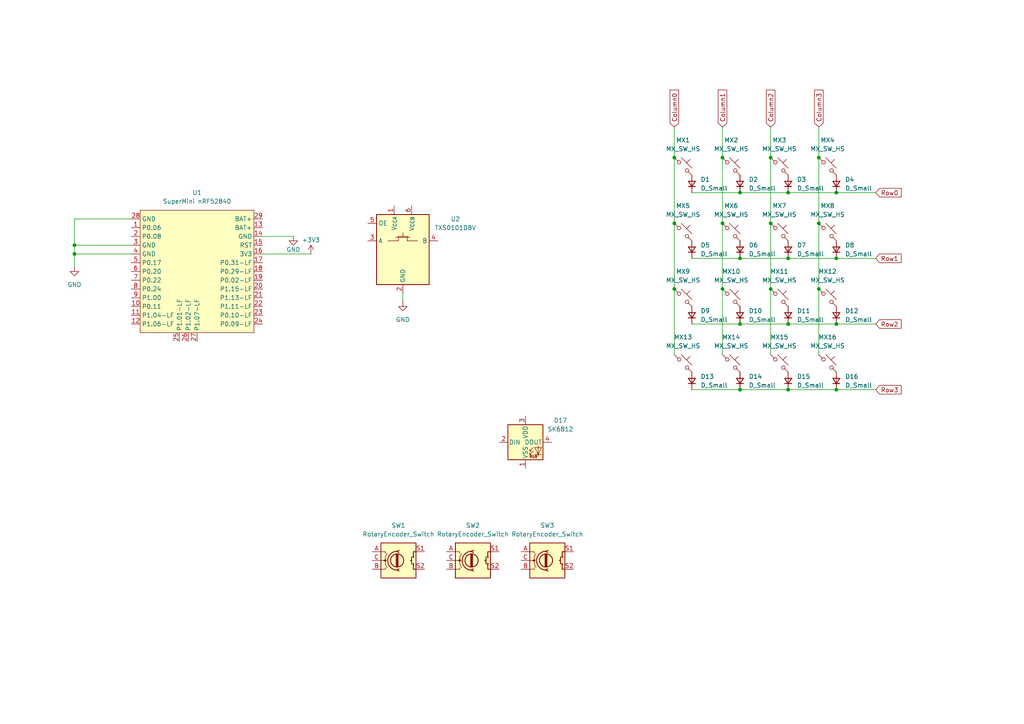
<source format=kicad_sch>
(kicad_sch (version 20231120) (generator "eeschema") (generator_version "8.0")
  (paper "A4")
  (lib_symbols
    (symbol "Device:D_Small" (pin_numbers hide) (pin_names (offset 0.254) hide)
      (property "Reference" "D" (at -1.27 2.032 0))
      (property "Value" "D_Small" (at -3.81 -2.032 0))
      (symbol "D_Small_0_1"
        (polyline (pts (xy -0.762 -1.016) (xy -0.762 1.016)) (stroke (width 0.254)))
        (polyline (pts (xy -0.762 0) (xy 0.762 0)))
        (polyline (pts (xy 0.762 -1.016) (xy -0.762 0) (xy 0.762 1.016) (xy 0.762 -1.016)) (stroke (width 0.254)))
      )
      (symbol "D_Small_1_1"
        (pin passive line (at -2.54 0 0) (length 1.778) (name "K") (number "1"))
        (pin passive line (at 2.54 0 180) (length 1.778) (name "A") (number "2"))
      )
    )
    (symbol "Device:RotaryEncoder_Switch" (pin_names (offset 0.254) hide)
      (property "Reference" "SW" (at 0 6.604 0))
      (property "Value" "RotaryEncoder_Switch" (at 0 -6.604 0))
      (symbol "RotaryEncoder_Switch_0_1"
        (rectangle (start -5.08 5.08) (end 5.08 -5.08) (stroke (width 0.254)) (fill (type background)))
        (circle (center -3.81 0) (radius 0.254) (fill (type outline)))
        (circle (center -0.381 0) (radius 1.905) (stroke (width 0.254)))
        (arc (start -0.381 2.667) (mid -3.0988 -0.0635) (end -0.381 -2.794) (stroke (width 0.254)))
        (polyline (pts (xy -0.635 -1.778) (xy -0.635 1.778)) (stroke (width 0.254)))
        (polyline (pts (xy -0.381 -1.778) (xy -0.381 1.778)) (stroke (width 0.254)))
        (polyline (pts (xy -0.127 1.778) (xy -0.127 -1.778)) (stroke (width 0.254)))
        (polyline (pts (xy 3.81 0) (xy 3.429 0)) (stroke (width 0.254)))
        (polyline (pts (xy 3.81 1.016) (xy 3.81 -1.016)) (stroke (width 0.254)))
        (polyline (pts (xy -5.08 -2.54) (xy -3.81 -2.54) (xy -3.81 -2.032)))
        (polyline (pts (xy -5.08 2.54) (xy -3.81 2.54) (xy -3.81 2.032)))
        (polyline (pts (xy 0.254 -3.048) (xy -0.508 -2.794) (xy 0.127 -2.413)) (stroke (width 0.254)))
        (polyline (pts (xy 0.254 2.921) (xy -0.508 2.667) (xy 0.127 2.286)) (stroke (width 0.254)))
        (polyline (pts (xy 5.08 -2.54) (xy 4.318 -2.54) (xy 4.318 -1.016)) (stroke (width 0.254)))
        (polyline (pts (xy 5.08 2.54) (xy 4.318 2.54) (xy 4.318 1.016)) (stroke (width 0.254)))
        (polyline (pts (xy -5.08 0) (xy -3.81 0) (xy -3.81 -1.016) (xy -3.302 -2.032)))
        (polyline (pts (xy -4.318 0) (xy -3.81 0) (xy -3.81 1.016) (xy -3.302 2.032)))
        (circle (center 4.318 -1.016) (radius 0.127) (stroke (width 0.254)))
        (circle (center 4.318 1.016) (radius 0.127) (stroke (width 0.254)))
      )
      (symbol "RotaryEncoder_Switch_1_1"
        (pin passive line (at -7.62 2.54 0) (length 2.54) (name "A") (number "A"))
        (pin passive line (at -7.62 -2.54 0) (length 2.54) (name "B") (number "B"))
        (pin passive line (at -7.62 0 0) (length 2.54) (name "C") (number "C"))
        (pin passive line (at 7.62 2.54 180) (length 2.54) (name "S1") (number "S1"))
        (pin passive line (at 7.62 -2.54 180) (length 2.54) (name "S2") (number "S2"))
      )
    )
    (symbol "LED:SK6812" (pin_names (offset 0.254))
      (property "Reference" "D" (at 5.08 5.715 0))
      (property "Value" "SK6812" (at 1.27 -5.715 0))
      (symbol "SK6812_0_0"
        (text "RGB" (at 2.286 -4.191 0) (effects (font (size 0.762 0.762))))
      )
      (symbol "SK6812_0_1"
        (polyline (pts (xy 1.27 -3.556) (xy 1.778 -3.556)))
        (polyline (pts (xy 1.27 -2.54) (xy 1.778 -2.54)))
        (polyline (pts (xy 4.699 -3.556) (xy 2.667 -3.556)))
        (polyline (pts (xy 2.286 -2.54) (xy 1.27 -3.556) (xy 1.27 -3.048)))
        (polyline (pts (xy 2.286 -1.524) (xy 1.27 -2.54) (xy 1.27 -2.032)))
        (polyline (pts (xy 3.683 -1.016) (xy 3.683 -3.556) (xy 3.683 -4.064)))
        (polyline (pts (xy 4.699 -1.524) (xy 2.667 -1.524) (xy 3.683 -3.556) (xy 4.699 -1.524)))
        (rectangle (start 5.08 5.08) (end -5.08 -5.08) (stroke (width 0.254)) (fill (type background)))
      )
      (symbol "SK6812_1_1"
        (pin power_in line (at 0 -7.62 90) (length 2.54) (name "VSS") (number "1"))
        (pin input line (at -7.62 0 0) (length 2.54) (name "DIN") (number "2"))
        (pin power_in line (at 0 7.62 270) (length 2.54) (name "VDD") (number "3"))
        (pin output line (at 7.62 0 180) (length 2.54) (name "DOUT") (number "4"))
      )
    )
    (symbol "Logic_LevelTranslator:TXS0101DBV"
      (property "Reference" "U" (at -6.35 11.43 0))
      (property "Value" "TXS0101DBV" (at 8.89 11.43 0))
      (symbol "TXS0101DBV_0_1"
        (rectangle (start -7.62 10.16) (end 7.62 -10.16) (stroke (width 0.254)) (fill (type background)))
      )
      (symbol "TXS0101DBV_1_1"
        (polyline (pts (xy -4.318 2.54) (xy -1.27 2.54)))
        (polyline (pts (xy -2.032 3.556) (xy 2.032 3.556)))
        (polyline (pts (xy -1.524 3.81) (xy 1.524 3.81)))
        (polyline (pts (xy -1.27 2.54) (xy -1.27 3.556)))
        (polyline (pts (xy 0 3.81) (xy 0 4.826)))
        (polyline (pts (xy 1.27 2.54) (xy 1.27 3.556)))
        (polyline (pts (xy 4.318 2.54) (xy 1.27 2.54)))
        (pin power_in line (at -2.54 12.7 270) (length 2.54) (name "V_{CCA}") (number "1"))
        (pin power_in line (at 0 -12.7 90) (length 2.54) (name "GND") (number "2"))
        (pin bidirectional line (at -10.16 2.54 0) (length 2.54) (name "A") (number "3"))
        (pin bidirectional line (at 10.16 2.54 180) (length 2.54) (name "B") (number "4"))
        (pin input line (at -10.16 7.62 0) (length 2.54) (name "OE") (number "5"))
        (pin power_in line (at 2.54 12.7 270) (length 2.54) (name "V_{CCB}") (number "6"))
      )
    )
    (symbol "PCM_marbastlib-mx:MX_SW_HS_CPG151101S11" (pin_numbers hide) (pin_names (offset 1.016) hide)
      (property "Reference" "MX" (at 3.048 1.016 0))
      (property "Value" "MX_SW_HS" (at 0 -3.81 0))
      (symbol "MX_SW_HS_CPG151101S11_0_1"
        (circle (center -1.1684 1.1684) (radius 0.508))
        (polyline (pts (xy -0.508 2.54) (xy 2.54 -0.508)))
        (polyline (pts (xy 1.016 1.016) (xy 2.032 2.032)))
        (polyline (pts (xy -2.54 2.54) (xy -1.524 1.524) (xy -1.524 1.524)))
        (polyline (pts (xy 1.524 -1.524) (xy 2.54 -2.54) (xy 2.54 -2.54) (xy 2.54 -2.54)))
        (circle (center 1.143 -1.1938) (radius 0.508))
        (pin passive line (at -2.54 2.54 0) (length 0) (name "1") (number "1"))
        (pin passive line (at 2.54 -2.54 180) (length 0) (name "2") (number "2"))
      )
    )
    (symbol "PCM_marbastlib-promicroish:SuperMini_nRF52840" (in_bom no)
      (property "Reference" "U" (at 0 22.86 0))
      (property "Value" "SuperMini nRF52840" (at 0 20.32 0))
      (symbol "SuperMini_nRF52840_0_0"
        (pin bidirectional line (at -19.05 13.97 0) (length 2.54) (name "P0.06") (number "1"))
        (pin bidirectional line (at -19.05 -8.89 0) (length 2.54) (name "P0.11") (number "10"))
        (pin bidirectional line (at -19.05 -11.43 0) (length 2.54) (name "P1.04-LF") (number "11"))
        (pin bidirectional line (at -19.05 -13.97 0) (length 2.54) (name "P1.06-LF") (number "12"))
        (pin power_out line (at 19.05 11.43 180) (length 2.54) (name "GND") (number "14"))
        (pin bidirectional line (at 19.05 8.89 180) (length 2.54) (name "RST") (number "15"))
        (pin bidirectional line (at 19.05 3.81 180) (length 2.54) (name "P0.31-LF") (number "17"))
        (pin bidirectional line (at 19.05 1.27 180) (length 2.54) (name "P0.29-LF") (number "18"))
        (pin bidirectional line (at 19.05 -1.27 180) (length 2.54) (name "P0.02-LF") (number "19"))
        (pin bidirectional line (at -19.05 11.43 0) (length 2.54) (name "P0.08") (number "2"))
        (pin bidirectional line (at 19.05 -3.81 180) (length 2.54) (name "P1.15-LF") (number "20"))
        (pin bidirectional line (at 19.05 -6.35 180) (length 2.54) (name "P1.13-LF") (number "21"))
        (pin bidirectional line (at 19.05 -8.89 180) (length 2.54) (name "P1.11-LF") (number "22"))
        (pin bidirectional line (at 19.05 -13.97 180) (length 2.54) (name "P0.09-LF") (number "24"))
        (pin power_out line (at -19.05 8.89 0) (length 2.54) (name "GND") (number "3"))
        (pin power_out line (at -19.05 6.35 0) (length 2.54) (name "GND") (number "4"))
        (pin bidirectional line (at -19.05 3.81 0) (length 2.54) (name "P0.17") (number "5"))
        (pin bidirectional line (at -19.05 1.27 0) (length 2.54) (name "P0.20") (number "6"))
        (pin bidirectional line (at -19.05 -1.27 0) (length 2.54) (name "P0.22") (number "7"))
        (pin bidirectional line (at -19.05 -3.81 0) (length 2.54) (name "P0.24") (number "8"))
        (pin bidirectional line (at -19.05 -6.35 0) (length 2.54) (name "P1.00") (number "9"))
      )
      (symbol "SuperMini_nRF52840_1_0"
        (pin power_out line (at 19.05 13.97 180) (length 2.54) (name "BAT+") (number "13"))
        (pin power_out line (at 19.05 6.35 180) (length 2.54) (name "3V3") (number "16"))
        (pin bidirectional line (at 19.05 -11.43 180) (length 2.54) (name "P0.10-LF") (number "23"))
        (pin bidirectional line (at -5.08 -19.05 90) (length 2.54) (name "P1.01-LF") (number "25"))
        (pin bidirectional line (at -2.54 -19.05 90) (length 2.54) (name "P1.02-LF") (number "26"))
        (pin bidirectional line (at 0 -19.05 90) (length 2.54) (name "P1.07-LF") (number "27"))
        (pin power_out line (at -19.05 16.51 0) (length 2.54) (name "GND") (number "28"))
        (pin power_out line (at 19.05 16.51 180) (length 2.54) (name "BAT+") (number "29"))
      )
      (symbol "SuperMini_nRF52840_1_1"
        (rectangle (start -16.51 19.05) (end 16.51 -16.51) (fill (type background)))
      )
    )
    (symbol "power:+3V3" (power) (pin_numbers hide) (pin_names (offset 0) hide)
      (property "Value" "+3V3" (at 0 3.556 0))
      (symbol "+3V3_0_1"
        (polyline (pts (xy -0.762 1.27) (xy 0 2.54)))
        (polyline (pts (xy 0 0) (xy 0 2.54)))
        (polyline (pts (xy 0 2.54) (xy 0.762 1.27)))
      )
      (symbol "+3V3_1_1"
        (pin power_in line (at 0 0 90) (length 0) (name "~") (number "1"))
      )
    )
    (symbol "power:GND" (power) (pin_numbers hide) (pin_names (offset 0) hide)
      (property "Value" "GND" (at 0 -3.81 0))
      (symbol "GND_0_1"
        (polyline (pts (xy 0 0) (xy 0 -1.27) (xy 1.27 -1.27) (xy 0 -2.54) (xy -1.27 -1.27) (xy 0 -1.27)))
      )
      (symbol "GND_1_1"
        (pin power_in line (at 0 0 270) (length 0) (name "~") (number "1"))
      )
    )
  )
  (junction (at 214.63 113.03))
  (junction (at 228.6 74.93))
  (junction (at 195.58 64.77))
  (junction (at 209.55 64.77))
  (junction (at 223.52 45.72))
  (junction (at 21.59 73.66))
  (junction (at 228.6 113.03))
  (junction (at 237.49 64.77))
  (junction (at 209.55 83.82))
  (junction (at 242.57 74.93))
  (junction (at 223.52 64.77))
  (junction (at 242.57 55.88))
  (junction (at 214.63 93.98))
  (junction (at 195.58 83.82))
  (junction (at 228.6 93.98))
  (junction (at 214.63 55.88))
  (junction (at 223.52 83.82))
  (junction (at 195.58 45.72))
  (junction (at 214.63 74.93))
  (junction (at 242.57 113.03))
  (junction (at 242.57 93.98))
  (junction (at 228.6 55.88))
  (junction (at 237.49 83.82))
  (junction (at 209.55 45.72))
  (junction (at 21.59 71.12))
  (junction (at 237.49 45.72))
  (wire (pts (xy 21.59 71.12) (xy 21.59 63.5)))
  (wire (pts (xy 237.49 36.83) (xy 237.49 45.72)))
  (wire (pts (xy 228.6 113.03) (xy 242.57 113.03)))
  (wire (pts (xy 76.2 73.66) (xy 90.17 73.66)))
  (wire (pts (xy 21.59 73.66) (xy 21.59 71.12)))
  (wire (pts (xy 209.55 64.77) (xy 209.55 83.82)))
  (wire (pts (xy 223.52 45.72) (xy 223.52 64.77)))
  (wire (pts (xy 237.49 45.72) (xy 237.49 64.77)))
  (wire (pts (xy 200.66 93.98) (xy 214.63 93.98)))
  (wire (pts (xy 209.55 83.82) (xy 209.55 102.87)))
  (wire (pts (xy 214.63 113.03) (xy 228.6 113.03)))
  (wire (pts (xy 200.66 113.03) (xy 214.63 113.03)))
  (wire (pts (xy 214.63 74.93) (xy 228.6 74.93)))
  (wire (pts (xy 228.6 74.93) (xy 242.57 74.93)))
  (wire (pts (xy 195.58 83.82) (xy 195.58 102.87)))
  (wire (pts (xy 237.49 83.82) (xy 237.49 102.87)))
  (wire (pts (xy 214.63 93.98) (xy 228.6 93.98)))
  (wire (pts (xy 228.6 93.98) (xy 242.57 93.98)))
  (wire (pts (xy 242.57 74.93) (xy 254 74.93)))
  (wire (pts (xy 195.58 36.83) (xy 195.58 45.72)))
  (wire (pts (xy 209.55 36.83) (xy 209.55 45.72)))
  (wire (pts (xy 21.59 71.12) (xy 38.1 71.12)))
  (wire (pts (xy 195.58 64.77) (xy 195.58 83.82)))
  (wire (pts (xy 237.49 64.77) (xy 237.49 83.82)))
  (wire (pts (xy 200.66 55.88) (xy 214.63 55.88)))
  (wire (pts (xy 228.6 55.88) (xy 242.57 55.88)))
  (wire (pts (xy 214.63 55.88) (xy 228.6 55.88)))
  (wire (pts (xy 223.52 83.82) (xy 223.52 102.87)))
  (wire (pts (xy 21.59 77.47) (xy 21.59 73.66)))
  (wire (pts (xy 223.52 36.83) (xy 223.52 45.72)))
  (wire (pts (xy 21.59 63.5) (xy 38.1 63.5)))
  (wire (pts (xy 116.84 85.09) (xy 116.84 87.63)))
  (wire (pts (xy 242.57 113.03) (xy 254 113.03)))
  (wire (pts (xy 76.2 68.58) (xy 85.09 68.58)))
  (wire (pts (xy 209.55 45.72) (xy 209.55 64.77)))
  (wire (pts (xy 21.59 73.66) (xy 38.1 73.66)))
  (wire (pts (xy 200.66 74.93) (xy 214.63 74.93)))
  (wire (pts (xy 242.57 93.98) (xy 254 93.98)))
  (wire (pts (xy 242.57 55.88) (xy 254 55.88)))
  (wire (pts (xy 195.58 45.72) (xy 195.58 64.77)))
  (wire (pts (xy 223.52 64.77) (xy 223.52 83.82)))
  (global_label "Row0" (shape input) (at 254 55.88 0) (property "Intersheetrefs" "${INTERSHEET_REFS}" (effects (hide yes))))
  (global_label "Column0" (shape input) (at 195.58 36.83 90) (property "Intersheetrefs" "${INTERSHEET_REFS}" (effects (hide yes))))
  (global_label "Column2" (shape input) (at 223.52 36.83 90) (property "Intersheetrefs" "${INTERSHEET_REFS}" (effects (hide yes))))
  (global_label "Column3" (shape input) (at 237.49 36.83 90) (property "Intersheetrefs" "${INTERSHEET_REFS}" (effects (hide yes))))
  (global_label "Row3" (shape input) (at 254 113.03 0) (property "Intersheetrefs" "${INTERSHEET_REFS}" (effects (hide yes))))
  (global_label "Column1" (shape input) (at 209.55 36.83 90) (property "Intersheetrefs" "${INTERSHEET_REFS}" (effects (hide yes))))
  (global_label "Row1" (shape input) (at 254 74.93 0) (property "Intersheetrefs" "${INTERSHEET_REFS}" (effects (hide yes))))
  (global_label "Row2" (shape input) (at 254 93.98 0) (property "Intersheetrefs" "${INTERSHEET_REFS}" (effects (hide yes))))
  (symbol (lib_id "PCM_marbastlib-mx:MX_SW_HS_CPG151101S11") (at 212.09 67.31 0) (unit 1)
    (property "Reference" "MX6" (at 212.09 59.69 0))
    (property "Value" "MX_SW_HS" (at 212.09 62.23 0))
    (property "Footprint" "PCM_marbastlib-mx:SW_MX_HS_CPG151101S11_1u" (effects (hide yes)))
    (property "Description" "Push button switch, normally open, two pins, 45° tilted, Kailh CPG151101S11 for Cherry MX style switches" (effects (hide yes)))
  )
  (symbol (lib_id "Device:D_Small") (at 228.6 110.49 90) (unit 1)
    (property "Reference" "D15" (at 231.14 109.2199 90) (effects (justify right)))
    (property "Value" "D_Small" (at 231.14 111.7599 90) (effects (justify right)))
    (property "Footprint" "Diode_SMD:D_0805_2012Metric_Pad1.15x1.40mm_HandSolder" (effects (hide yes)))
    (property "Description" "Diode, small symbol" (effects (hide yes)))
    (property "Sim.Device" "D" (effects (hide yes)))
    (property "Sim.Pins" "1=K 2=A" (effects (hide yes)))
  )
  (symbol (lib_id "power:GND") (at 116.84 87.63 0) (unit 1)
    (property "Reference" "#PWR03" (effects (hide yes)))
    (property "Value" "GND" (at 116.84 92.71 0))
    (property "Description" "Power symbol creates a global label with name \"GND\" , ground" (effects (hide yes)))
  )
  (symbol (lib_id "PCM_marbastlib-mx:MX_SW_HS_CPG151101S11") (at 226.06 86.36 0) (unit 1)
    (property "Reference" "MX11" (at 226.06 78.74 0))
    (property "Value" "MX_SW_HS" (at 226.06 81.28 0))
    (property "Footprint" "PCM_marbastlib-mx:SW_MX_HS_CPG151101S11_1u" (effects (hide yes)))
    (property "Description" "Push button switch, normally open, two pins, 45° tilted, Kailh CPG151101S11 for Cherry MX style switches" (effects (hide yes)))
  )
  (symbol (lib_id "power:+3V3") (at 90.17 73.66 0) (unit 1)
    (property "Reference" "#PWR04" (effects (hide yes)))
    (property "Value" "+3V3" (at 90.17 69.596 0))
    (property "Description" "Power symbol creates a global label with name \"+3V3\"" (effects (hide yes)))
  )
  (symbol (lib_id "LED:SK6812") (at 152.4 128.27 0) (unit 1)
    (property "Reference" "D17" (at 162.56 121.9514 0))
    (property "Value" "SK6812" (at 162.56 124.4914 0))
    (property "Footprint" "LED_SMD:LED_SK6812_PLCC4_5.0x5.0mm_P3.2mm" (effects (hide yes)))
    (property "Datasheet" "https://cdn-shop.adafruit.com/product-files/1138/SK6812+LED+datasheet+.pdf" (effects (hide yes)))
    (property "Description" "RGB LED with integrated controller" (effects (hide yes)))
  )
  (symbol (lib_id "PCM_marbastlib-mx:MX_SW_HS_CPG151101S11") (at 226.06 67.31 0) (unit 1)
    (property "Reference" "MX7" (at 226.06 59.69 0))
    (property "Value" "MX_SW_HS" (at 226.06 62.23 0))
    (property "Footprint" "PCM_marbastlib-mx:SW_MX_HS_CPG151101S11_1u" (effects (hide yes)))
    (property "Description" "Push button switch, normally open, two pins, 45° tilted, Kailh CPG151101S11 for Cherry MX style switches" (effects (hide yes)))
  )
  (symbol (lib_id "PCM_marbastlib-mx:MX_SW_HS_CPG151101S11") (at 240.03 105.41 0) (unit 1)
    (property "Reference" "MX16" (at 240.03 97.79 0))
    (property "Value" "MX_SW_HS" (at 240.03 100.33 0))
    (property "Footprint" "PCM_marbastlib-mx:SW_MX_HS_CPG151101S11_1u" (effects (hide yes)))
    (property "Description" "Push button switch, normally open, two pins, 45° tilted, Kailh CPG151101S11 for Cherry MX style switches" (effects (hide yes)))
  )
  (symbol (lib_id "PCM_marbastlib-mx:MX_SW_HS_CPG151101S11") (at 212.09 48.26 0) (unit 1)
    (property "Reference" "MX2" (at 212.09 40.64 0))
    (property "Value" "MX_SW_HS" (at 212.09 43.18 0))
    (property "Footprint" "PCM_marbastlib-mx:SW_MX_HS_CPG151101S11_1u" (effects (hide yes)))
    (property "Description" "Push button switch, normally open, two pins, 45° tilted, Kailh CPG151101S11 for Cherry MX style switches" (effects (hide yes)))
  )
  (symbol (lib_id "Device:D_Small") (at 242.57 72.39 90) (unit 1)
    (property "Reference" "D8" (at 245.11 71.1199 90) (effects (justify right)))
    (property "Value" "D_Small" (at 245.11 73.6599 90) (effects (justify right)))
    (property "Footprint" "Diode_SMD:D_0805_2012Metric_Pad1.15x1.40mm_HandSolder" (effects (hide yes)))
    (property "Description" "Diode, small symbol" (effects (hide yes)))
    (property "Sim.Device" "D" (effects (hide yes)))
    (property "Sim.Pins" "1=K 2=A" (effects (hide yes)))
  )
  (symbol (lib_id "Device:D_Small") (at 214.63 72.39 90) (unit 1)
    (property "Reference" "D6" (at 217.17 71.1199 90) (effects (justify right)))
    (property "Value" "D_Small" (at 217.17 73.6599 90) (effects (justify right)))
    (property "Footprint" "Diode_SMD:D_0805_2012Metric_Pad1.15x1.40mm_HandSolder" (effects (hide yes)))
    (property "Description" "Diode, small symbol" (effects (hide yes)))
    (property "Sim.Device" "D" (effects (hide yes)))
    (property "Sim.Pins" "1=K 2=A" (effects (hide yes)))
  )
  (symbol (lib_id "Device:D_Small") (at 242.57 91.44 90) (unit 1)
    (property "Reference" "D12" (at 245.11 90.1699 90) (effects (justify right)))
    (property "Value" "D_Small" (at 245.11 92.7099 90) (effects (justify right)))
    (property "Footprint" "Diode_SMD:D_0805_2012Metric_Pad1.15x1.40mm_HandSolder" (effects (hide yes)))
    (property "Description" "Diode, small symbol" (effects (hide yes)))
    (property "Sim.Device" "D" (effects (hide yes)))
    (property "Sim.Pins" "1=K 2=A" (effects (hide yes)))
  )
  (symbol (lib_id "PCM_marbastlib-mx:MX_SW_HS_CPG151101S11") (at 198.12 67.31 0) (unit 1)
    (property "Reference" "MX5" (at 198.12 59.69 0))
    (property "Value" "MX_SW_HS" (at 198.12 62.23 0))
    (property "Footprint" "PCM_marbastlib-mx:SW_MX_HS_CPG151101S11_1u" (effects (hide yes)))
    (property "Description" "Push button switch, normally open, two pins, 45° tilted, Kailh CPG151101S11 for Cherry MX style switches" (effects (hide yes)))
  )
  (symbol (lib_id "Device:D_Small") (at 214.63 91.44 90) (unit 1)
    (property "Reference" "D10" (at 217.17 90.1699 90) (effects (justify right)))
    (property "Value" "D_Small" (at 217.17 92.7099 90) (effects (justify right)))
    (property "Footprint" "Diode_SMD:D_0805_2012Metric_Pad1.15x1.40mm_HandSolder" (effects (hide yes)))
    (property "Description" "Diode, small symbol" (effects (hide yes)))
    (property "Sim.Device" "D" (effects (hide yes)))
    (property "Sim.Pins" "1=K 2=A" (effects (hide yes)))
  )
  (symbol (lib_id "Device:D_Small") (at 214.63 110.49 90) (unit 1)
    (property "Reference" "D14" (at 217.17 109.2199 90) (effects (justify right)))
    (property "Value" "D_Small" (at 217.17 111.7599 90) (effects (justify right)))
    (property "Footprint" "Diode_SMD:D_0805_2012Metric_Pad1.15x1.40mm_HandSolder" (effects (hide yes)))
    (property "Description" "Diode, small symbol" (effects (hide yes)))
    (property "Sim.Device" "D" (effects (hide yes)))
    (property "Sim.Pins" "1=K 2=A" (effects (hide yes)))
  )
  (symbol (lib_id "Device:D_Small") (at 200.66 72.39 90) (unit 1)
    (property "Reference" "D5" (at 203.2 71.1199 90) (effects (justify right)))
    (property "Value" "D_Small" (at 203.2 73.6599 90) (effects (justify right)))
    (property "Footprint" "Diode_SMD:D_0805_2012Metric_Pad1.15x1.40mm_HandSolder" (effects (hide yes)))
    (property "Description" "Diode, small symbol" (effects (hide yes)))
    (property "Sim.Device" "D" (effects (hide yes)))
    (property "Sim.Pins" "1=K 2=A" (effects (hide yes)))
  )
  (symbol (lib_id "PCM_marbastlib-mx:MX_SW_HS_CPG151101S11") (at 240.03 67.31 0) (unit 1)
    (property "Reference" "MX8" (at 240.03 59.69 0))
    (property "Value" "MX_SW_HS" (at 240.03 62.23 0))
    (property "Footprint" "PCM_marbastlib-mx:SW_MX_HS_CPG151101S11_1u" (effects (hide yes)))
    (property "Description" "Push button switch, normally open, two pins, 45° tilted, Kailh CPG151101S11 for Cherry MX style switches" (effects (hide yes)))
  )
  (symbol (lib_id "Device:D_Small") (at 200.66 53.34 90) (unit 1)
    (property "Reference" "D1" (at 203.2 52.0699 90) (effects (justify right)))
    (property "Value" "D_Small" (at 203.2 54.6099 90) (effects (justify right)))
    (property "Footprint" "Diode_SMD:D_0805_2012Metric_Pad1.15x1.40mm_HandSolder" (effects (hide yes)))
    (property "Description" "Diode, small symbol" (effects (hide yes)))
    (property "Sim.Device" "D" (effects (hide yes)))
    (property "Sim.Pins" "1=K 2=A" (effects (hide yes)))
  )
  (symbol (lib_id "Device:D_Small") (at 200.66 110.49 90) (unit 1)
    (property "Reference" "D13" (at 203.2 109.2199 90) (effects (justify right)))
    (property "Value" "D_Small" (at 203.2 111.7599 90) (effects (justify right)))
    (property "Footprint" "Diode_SMD:D_0805_2012Metric_Pad1.15x1.40mm_HandSolder" (effects (hide yes)))
    (property "Description" "Diode, small symbol" (effects (hide yes)))
    (property "Sim.Device" "D" (effects (hide yes)))
    (property "Sim.Pins" "1=K 2=A" (effects (hide yes)))
  )
  (symbol (lib_id "Device:D_Small") (at 228.6 53.34 90) (unit 1)
    (property "Reference" "D3" (at 231.14 52.0699 90) (effects (justify right)))
    (property "Value" "D_Small" (at 231.14 54.6099 90) (effects (justify right)))
    (property "Footprint" "Diode_SMD:D_0805_2012Metric_Pad1.15x1.40mm_HandSolder" (effects (hide yes)))
    (property "Description" "Diode, small symbol" (effects (hide yes)))
    (property "Sim.Device" "D" (effects (hide yes)))
    (property "Sim.Pins" "1=K 2=A" (effects (hide yes)))
  )
  (symbol (lib_id "PCM_marbastlib-mx:MX_SW_HS_CPG151101S11") (at 226.06 105.41 0) (unit 1)
    (property "Reference" "MX15" (at 226.06 97.79 0))
    (property "Value" "MX_SW_HS" (at 226.06 100.33 0))
    (property "Footprint" "PCM_marbastlib-mx:SW_MX_HS_CPG151101S11_1u" (effects (hide yes)))
    (property "Description" "Push button switch, normally open, two pins, 45° tilted, Kailh CPG151101S11 for Cherry MX style switches" (effects (hide yes)))
  )
  (symbol (lib_id "PCM_marbastlib-mx:MX_SW_HS_CPG151101S11") (at 226.06 48.26 0) (unit 1)
    (property "Reference" "MX3" (at 226.06 40.64 0))
    (property "Value" "MX_SW_HS" (at 226.06 43.18 0))
    (property "Footprint" "PCM_marbastlib-mx:SW_MX_HS_CPG151101S11_1u" (effects (hide yes)))
    (property "Description" "Push button switch, normally open, two pins, 45° tilted, Kailh CPG151101S11 for Cherry MX style switches" (effects (hide yes)))
  )
  (symbol (lib_id "PCM_marbastlib-mx:MX_SW_HS_CPG151101S11") (at 198.12 105.41 0) (unit 1)
    (property "Reference" "MX13" (at 198.12 97.79 0))
    (property "Value" "MX_SW_HS" (at 198.12 100.33 0))
    (property "Footprint" "PCM_marbastlib-mx:SW_MX_HS_CPG151101S11_1u" (effects (hide yes)))
    (property "Description" "Push button switch, normally open, two pins, 45° tilted, Kailh CPG151101S11 for Cherry MX style switches" (effects (hide yes)))
  )
  (symbol (lib_id "Device:D_Small") (at 228.6 91.44 90) (unit 1)
    (property "Reference" "D11" (at 231.14 90.1699 90) (effects (justify right)))
    (property "Value" "D_Small" (at 231.14 92.7099 90) (effects (justify right)))
    (property "Footprint" "Diode_SMD:D_0805_2012Metric_Pad1.15x1.40mm_HandSolder" (effects (hide yes)))
    (property "Description" "Diode, small symbol" (effects (hide yes)))
    (property "Sim.Device" "D" (effects (hide yes)))
    (property "Sim.Pins" "1=K 2=A" (effects (hide yes)))
  )
  (symbol (lib_id "Device:RotaryEncoder_Switch") (at 158.75 162.56 0) (unit 1)
    (property "Reference" "SW3" (at 158.75 152.4 0))
    (property "Value" "RotaryEncoder_Switch" (at 158.75 154.94 0))
    (property "Footprint" "PCM_marbastlib-various:ROT_Alps_EC11E-Switch" (effects (hide yes)))
    (property "Description" "Rotary encoder, dual channel, incremental quadrate outputs, with switch" (effects (hide yes)))
  )
  (symbol (lib_id "PCM_marbastlib-mx:MX_SW_HS_CPG151101S11") (at 198.12 86.36 0) (unit 1)
    (property "Reference" "MX9" (at 198.12 78.74 0))
    (property "Value" "MX_SW_HS" (at 198.12 81.28 0))
    (property "Footprint" "PCM_marbastlib-mx:SW_MX_HS_CPG151101S11_1u" (effects (hide yes)))
    (property "Description" "Push button switch, normally open, two pins, 45° tilted, Kailh CPG151101S11 for Cherry MX style switches" (effects (hide yes)))
  )
  (symbol (lib_id "Device:RotaryEncoder_Switch") (at 137.16 162.56 0) (unit 1)
    (property "Reference" "SW2" (at 137.16 152.4 0))
    (property "Value" "RotaryEncoder_Switch" (at 137.16 154.94 0))
    (property "Footprint" "PCM_marbastlib-various:ROT_Alps_EC11E-Switch" (effects (hide yes)))
    (property "Description" "Rotary encoder, dual channel, incremental quadrate outputs, with switch" (effects (hide yes)))
  )
  (symbol (lib_id "PCM_marbastlib-mx:MX_SW_HS_CPG151101S11") (at 240.03 48.26 0) (unit 1)
    (property "Reference" "MX4" (at 240.03 40.64 0))
    (property "Value" "MX_SW_HS" (at 240.03 43.18 0))
    (property "Footprint" "PCM_marbastlib-mx:SW_MX_HS_CPG151101S11_1u" (effects (hide yes)))
    (property "Description" "Push button switch, normally open, two pins, 45° tilted, Kailh CPG151101S11 for Cherry MX style switches" (effects (hide yes)))
  )
  (symbol (lib_id "Device:D_Small") (at 228.6 72.39 90) (unit 1)
    (property "Reference" "D7" (at 231.14 71.1199 90) (effects (justify right)))
    (property "Value" "D_Small" (at 231.14 73.6599 90) (effects (justify right)))
    (property "Footprint" "Diode_SMD:D_0805_2012Metric_Pad1.15x1.40mm_HandSolder" (effects (hide yes)))
    (property "Description" "Diode, small symbol" (effects (hide yes)))
    (property "Sim.Device" "D" (effects (hide yes)))
    (property "Sim.Pins" "1=K 2=A" (effects (hide yes)))
  )
  (symbol (lib_id "PCM_marbastlib-promicroish:SuperMini_nRF52840") (at 57.15 80.01 0) (unit 1) (in_bom no)
    (property "Reference" "U1" (at 57.15 55.88 0))
    (property "Value" "SuperMini nRF52840" (at 57.15 58.42 0))
    (property "Footprint" "PCM_marbastlib-xp-promicroish:SuperMini_nRF52840_AH_USBup" (effects (hide yes)))
    (property "Datasheet" "https://wiki.icbbuy.com/doku.php?id=developmentboard:nrf52840" (effects (hide yes)))
    (property "Description" "Symbol for an nicekeyboards nice!nano" (effects (hide yes)))
  )
  (symbol (lib_id "PCM_marbastlib-mx:MX_SW_HS_CPG151101S11") (at 198.12 48.26 0) (unit 1)
    (property "Reference" "MX1" (at 198.12 40.64 0))
    (property "Value" "MX_SW_HS" (at 198.12 43.18 0))
    (property "Footprint" "PCM_marbastlib-mx:SW_MX_HS_CPG151101S11_1u" (effects (hide yes)))
    (property "Description" "Push button switch, normally open, two pins, 45° tilted, Kailh CPG151101S11 for Cherry MX style switches" (effects (hide yes)))
  )
  (symbol (lib_id "PCM_marbastlib-mx:MX_SW_HS_CPG151101S11") (at 212.09 86.36 0) (unit 1)
    (property "Reference" "MX10" (at 212.09 78.74 0))
    (property "Value" "MX_SW_HS" (at 212.09 81.28 0))
    (property "Footprint" "PCM_marbastlib-mx:SW_MX_HS_CPG151101S11_1u" (effects (hide yes)))
    (property "Description" "Push button switch, normally open, two pins, 45° tilted, Kailh CPG151101S11 for Cherry MX style switches" (effects (hide yes)))
  )
  (symbol (lib_id "PCM_marbastlib-mx:MX_SW_HS_CPG151101S11") (at 212.09 105.41 0) (unit 1)
    (property "Reference" "MX14" (at 212.09 97.79 0))
    (property "Value" "MX_SW_HS" (at 212.09 100.33 0))
    (property "Footprint" "PCM_marbastlib-mx:SW_MX_HS_CPG151101S11_1u" (effects (hide yes)))
    (property "Description" "Push button switch, normally open, two pins, 45° tilted, Kailh CPG151101S11 for Cherry MX style switches" (effects (hide yes)))
  )
  (symbol (lib_id "PCM_marbastlib-mx:MX_SW_HS_CPG151101S11") (at 240.03 86.36 0) (unit 1)
    (property "Reference" "MX12" (at 240.03 78.74 0))
    (property "Value" "MX_SW_HS" (at 240.03 81.28 0))
    (property "Footprint" "PCM_marbastlib-mx:SW_MX_HS_CPG151101S11_1u" (effects (hide yes)))
    (property "Description" "Push button switch, normally open, two pins, 45° tilted, Kailh CPG151101S11 for Cherry MX style switches" (effects (hide yes)))
  )
  (symbol (lib_id "Device:D_Small") (at 242.57 110.49 90) (unit 1)
    (property "Reference" "D16" (at 245.11 109.2199 90) (effects (justify right)))
    (property "Value" "D_Small" (at 245.11 111.7599 90) (effects (justify right)))
    (property "Footprint" "Diode_SMD:D_0805_2012Metric_Pad1.15x1.40mm_HandSolder" (effects (hide yes)))
    (property "Description" "Diode, small symbol" (effects (hide yes)))
    (property "Sim.Device" "D" (effects (hide yes)))
    (property "Sim.Pins" "1=K 2=A" (effects (hide yes)))
  )
  (symbol (lib_id "power:GND") (at 85.09 68.58 0) (unit 1)
    (property "Reference" "#PWR02" (effects (hide yes)))
    (property "Value" "GND" (at 85.09 72.39 0))
    (property "Description" "Power symbol creates a global label with name \"GND\" , ground" (effects (hide yes)))
  )
  (symbol (lib_id "Device:D_Small") (at 200.66 91.44 90) (unit 1)
    (property "Reference" "D9" (at 203.2 90.1699 90) (effects (justify right)))
    (property "Value" "D_Small" (at 203.2 92.7099 90) (effects (justify right)))
    (property "Footprint" "Diode_SMD:D_0805_2012Metric_Pad1.15x1.40mm_HandSolder" (effects (hide yes)))
    (property "Description" "Diode, small symbol" (effects (hide yes)))
    (property "Sim.Device" "D" (effects (hide yes)))
    (property "Sim.Pins" "1=K 2=A" (effects (hide yes)))
  )
  (symbol (lib_id "power:GND") (at 21.59 77.47 0) (unit 1)
    (property "Reference" "#PWR01" (effects (hide yes)))
    (property "Value" "GND" (at 21.59 82.55 0))
    (property "Description" "Power symbol creates a global label with name \"GND\" , ground" (effects (hide yes)))
  )
  (symbol (lib_id "Logic_LevelTranslator:TXS0101DBV") (at 116.84 72.39 0) (unit 1)
    (property "Reference" "U2" (at 132.08 63.5314 0))
    (property "Value" "TXS0101DBV" (at 132.08 66.0714 0))
    (property "Footprint" "Package_TO_SOT_SMD:SOT-23-6" (effects (hide yes)))
    (property "Datasheet" "https://www.ti.com/lit/ds/symlink/txs0101.pdf" (effects (hide yes)))
    (property "Description" "1-Bit Bidirectional Voltage-Level Shifter for Open-Drain and Push-Pull Application, SOT-23" (effects (hide yes)))
  )
  (symbol (lib_id "Device:RotaryEncoder_Switch") (at 115.57 162.56 0) (unit 1)
    (property "Reference" "SW1" (at 115.57 152.4 0))
    (property "Value" "RotaryEncoder_Switch" (at 115.57 154.94 0))
    (property "Footprint" "PCM_marbastlib-various:ROT_Alps_EC11E-Switch" (effects (hide yes)))
    (property "Description" "Rotary encoder, dual channel, incremental quadrate outputs, with switch" (effects (hide yes)))
  )
  (symbol (lib_id "Device:D_Small") (at 242.57 53.34 90) (unit 1)
    (property "Reference" "D4" (at 245.11 52.0699 90) (effects (justify right)))
    (property "Value" "D_Small" (at 245.11 54.6099 90) (effects (justify right)))
    (property "Footprint" "Diode_SMD:D_0805_2012Metric_Pad1.15x1.40mm_HandSolder" (effects (hide yes)))
    (property "Description" "Diode, small symbol" (effects (hide yes)))
    (property "Sim.Device" "D" (effects (hide yes)))
    (property "Sim.Pins" "1=K 2=A" (effects (hide yes)))
  )
  (symbol (lib_id "Device:D_Small") (at 214.63 53.34 90) (unit 1)
    (property "Reference" "D2" (at 217.17 52.0699 90) (effects (justify right)))
    (property "Value" "D_Small" (at 217.17 54.6099 90) (effects (justify right)))
    (property "Footprint" "Diode_SMD:D_0805_2012Metric_Pad1.15x1.40mm_HandSolder" (effects (hide yes)))
    (property "Description" "Diode, small symbol" (effects (hide yes)))
    (property "Sim.Device" "D" (effects (hide yes)))
    (property "Sim.Pins" "1=K 2=A" (effects (hide yes)))
  )
)
</source>
